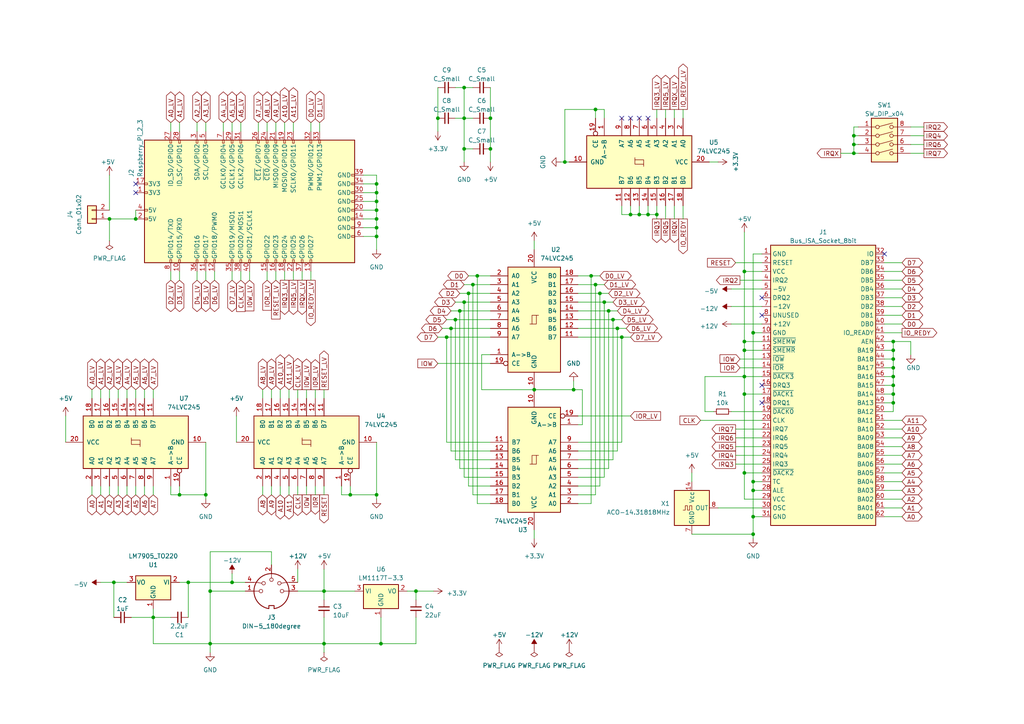
<source format=kicad_sch>
(kicad_sch (version 20230121) (generator eeschema)
  (paper "A4")
  (title_block (title "PiISA") (rev "1.0") (company "Copyright (c) 2023 Andreas T Jonsson"))
  (junction (at 177.8 92.71))
  (junction (at 109.22 60.96))
  (junction (at 182.88 62.23))
  (junction (at 247.65 41.91))
  (junction (at 109.22 66.04))
  (junction (at 134.62 43.18))
  (junction (at 179.07 95.25))
  (junction (at 180.34 97.79))
  (junction (at 176.53 90.17))
  (junction (at 109.22 68.58))
  (junction (at 93.98 171.45))
  (junction (at 215.9 101.6))
  (junction (at 129.54 97.79))
  (junction (at 133.35 90.17))
  (junction (at 60.96 186.69))
  (junction (at 259.08 101.6))
  (junction (at 135.89 85.09))
  (junction (at 54.61 168.91))
  (junction (at 218.44 154.94))
  (junction (at 215.9 114.3))
  (junction (at 109.22 53.34))
  (junction (at 215.9 78.74))
  (junction (at 215.9 99.06))
  (junction (at 172.72 82.55))
  (junction (at 259.08 114.3))
  (junction (at 259.08 106.68))
  (junction (at 109.22 143.51))
  (junction (at 138.43 80.01))
  (junction (at 31.75 63.5))
  (junction (at 60.96 171.45))
  (junction (at 110.49 186.69))
  (junction (at 259.08 104.14))
  (junction (at 67.31 168.91))
  (junction (at 132.08 92.71))
  (junction (at 215.9 137.16))
  (junction (at 44.45 179.07))
  (junction (at 247.65 39.37))
  (junction (at 134.62 87.63))
  (junction (at 190.5 62.23))
  (junction (at 120.65 171.45))
  (junction (at 134.62 25.4))
  (junction (at 172.72 31.75))
  (junction (at 187.96 62.23))
  (junction (at 259.08 99.06))
  (junction (at 247.65 44.45))
  (junction (at 93.98 186.69))
  (junction (at 109.22 63.5))
  (junction (at 259.08 111.76))
  (junction (at 259.08 109.22))
  (junction (at 218.44 142.24))
  (junction (at 142.24 34.29))
  (junction (at 130.81 95.25))
  (junction (at 171.45 80.01))
  (junction (at 218.44 96.52))
  (junction (at 33.02 168.91))
  (junction (at 39.37 63.5))
  (junction (at 185.42 62.23))
  (junction (at 101.6 143.51))
  (junction (at 154.94 113.03))
  (junction (at 218.44 149.86))
  (junction (at 52.07 143.51))
  (junction (at 215.9 109.22))
  (junction (at 163.83 46.99))
  (junction (at 142.24 43.18))
  (junction (at 109.22 55.88))
  (junction (at 173.99 85.09))
  (junction (at 127 34.29))
  (junction (at 259.08 116.84))
  (junction (at 166.37 113.03))
  (junction (at 218.44 139.7))
  (junction (at 134.62 34.29))
  (junction (at 59.69 143.51))
  (junction (at 175.26 87.63))
  (junction (at 109.22 58.42))
  (junction (at 137.16 82.55))
  (no_connect (at 39.37 55.88))
  (no_connect (at 220.98 86.36))
  (no_connect (at 220.98 91.44))
  (no_connect (at 180.34 34.29))
  (no_connect (at 185.42 34.29))
  (no_connect (at 182.88 34.29))
  (no_connect (at 39.37 53.34))
  (no_connect (at 220.98 116.84))
  (no_connect (at 187.96 34.29))
  (no_connect (at 256.54 73.66))
  (no_connect (at 220.98 111.76))
  (wire (pts (xy 180.34 128.27) (xy 167.64 128.27)))
  (wire (pts (xy 142.24 95.25) (xy 130.81 95.25)))
  (wire (pts (xy 135.89 85.09) (xy 135.89 140.97)))
  (wire (pts (xy 259.08 114.3) (xy 259.08 116.84)))
  (wire (pts (xy 259.08 114.3) (xy 256.54 114.3)))
  (wire (pts (xy 130.81 95.25) (xy 128.27 95.25)))
  (wire (pts (xy 36.83 113.03) (xy 36.83 115.57)))
  (wire (pts (xy 118.11 171.45) (xy 120.65 171.45)))
  (wire (pts (xy 44.45 140.97) (xy 44.45 143.51)))
  (wire (pts (xy 256.54 121.92) (xy 261.62 121.92)))
  (wire (pts (xy 134.62 25.4) (xy 137.16 25.4)))
  (wire (pts (xy 247.65 44.45) (xy 248.92 44.45)))
  (wire (pts (xy 62.23 78.74) (xy 62.23 81.28)))
  (wire (pts (xy 137.16 82.55) (xy 137.16 143.51)))
  (wire (pts (xy 212.09 88.9) (xy 220.98 88.9)))
  (wire (pts (xy 256.54 86.36) (xy 261.62 86.36)))
  (wire (pts (xy 29.21 168.91) (xy 33.02 168.91)))
  (wire (pts (xy 137.16 143.51) (xy 142.24 143.51)))
  (wire (pts (xy 52.07 143.51) (xy 59.69 143.51)))
  (wire (pts (xy 213.36 134.62) (xy 220.98 134.62)))
  (wire (pts (xy 67.31 166.37) (xy 67.31 168.91)))
  (wire (pts (xy 259.08 99.06) (xy 259.08 101.6)))
  (wire (pts (xy 256.54 142.24) (xy 261.62 142.24)))
  (wire (pts (xy 177.8 133.35) (xy 167.64 133.35)))
  (wire (pts (xy 173.99 140.97) (xy 173.99 85.09)))
  (wire (pts (xy 259.08 109.22) (xy 259.08 111.76)))
  (wire (pts (xy 33.02 179.07) (xy 33.02 168.91)))
  (wire (pts (xy 218.44 149.86) (xy 220.98 149.86)))
  (wire (pts (xy 93.98 113.03) (xy 93.98 115.57)))
  (wire (pts (xy 171.45 146.05) (xy 167.64 146.05)))
  (wire (pts (xy 167.64 92.71) (xy 177.8 92.71)))
  (wire (pts (xy 109.22 63.5) (xy 109.22 60.96)))
  (wire (pts (xy 81.28 113.03) (xy 81.28 115.57)))
  (wire (pts (xy 200.66 137.16) (xy 200.66 139.7)))
  (wire (pts (xy 139.7 102.87) (xy 142.24 102.87)))
  (wire (pts (xy 204.47 109.22) (xy 215.9 109.22)))
  (wire (pts (xy 168.91 123.19) (xy 168.91 113.03)))
  (wire (pts (xy 208.28 147.32) (xy 220.98 147.32)))
  (wire (pts (xy 132.08 133.35) (xy 142.24 133.35)))
  (wire (pts (xy 135.89 85.09) (xy 133.35 85.09)))
  (wire (pts (xy 259.08 104.14) (xy 256.54 104.14)))
  (wire (pts (xy 175.26 82.55) (xy 172.72 82.55)))
  (wire (pts (xy 19.05 120.65) (xy 19.05 128.27)))
  (wire (pts (xy 41.91 113.03) (xy 41.91 115.57)))
  (wire (pts (xy 256.54 81.28) (xy 261.62 81.28)))
  (wire (pts (xy 259.08 99.06) (xy 256.54 99.06)))
  (wire (pts (xy 167.64 140.97) (xy 173.99 140.97)))
  (wire (pts (xy 134.62 43.18) (xy 134.62 34.29)))
  (wire (pts (xy 176.53 135.89) (xy 176.53 90.17)))
  (wire (pts (xy 256.54 139.7) (xy 261.62 139.7)))
  (wire (pts (xy 109.22 53.34) (xy 105.41 53.34)))
  (wire (pts (xy 90.17 35.56) (xy 90.17 38.1)))
  (wire (pts (xy 57.15 35.56) (xy 57.15 38.1)))
  (wire (pts (xy 52.07 140.97) (xy 52.07 143.51)))
  (wire (pts (xy 259.08 104.14) (xy 259.08 106.68)))
  (wire (pts (xy 176.53 90.17) (xy 167.64 90.17)))
  (wire (pts (xy 198.12 59.69) (xy 198.12 63.5)))
  (wire (pts (xy 256.54 93.98) (xy 261.62 93.98)))
  (wire (pts (xy 83.82 113.03) (xy 83.82 115.57)))
  (wire (pts (xy 190.5 62.23) (xy 190.5 63.5)))
  (wire (pts (xy 52.07 78.74) (xy 52.07 81.28)))
  (wire (pts (xy 264.16 99.06) (xy 259.08 99.06)))
  (wire (pts (xy 142.24 82.55) (xy 137.16 82.55)))
  (wire (pts (xy 256.54 134.62) (xy 261.62 134.62)))
  (wire (pts (xy 91.44 113.03) (xy 91.44 115.57)))
  (wire (pts (xy 52.07 35.56) (xy 52.07 38.1)))
  (wire (pts (xy 85.09 78.74) (xy 85.09 81.28)))
  (wire (pts (xy 109.22 68.58) (xy 109.22 66.04)))
  (wire (pts (xy 93.98 171.45) (xy 93.98 173.99)))
  (wire (pts (xy 256.54 129.54) (xy 261.62 129.54)))
  (wire (pts (xy 31.75 113.03) (xy 31.75 115.57)))
  (wire (pts (xy 109.22 55.88) (xy 109.22 53.34)))
  (wire (pts (xy 49.53 140.97) (xy 49.53 143.51)))
  (wire (pts (xy 264.16 41.91) (xy 267.97 41.91)))
  (wire (pts (xy 142.24 25.4) (xy 142.24 34.29)))
  (wire (pts (xy 137.16 82.55) (xy 134.62 82.55)))
  (wire (pts (xy 215.9 99.06) (xy 215.9 101.6)))
  (wire (pts (xy 208.28 46.99) (xy 205.74 46.99)))
  (wire (pts (xy 129.54 128.27) (xy 142.24 128.27)))
  (wire (pts (xy 74.93 35.56) (xy 74.93 38.1)))
  (wire (pts (xy 179.07 95.25) (xy 167.64 95.25)))
  (wire (pts (xy 256.54 88.9) (xy 261.62 88.9)))
  (wire (pts (xy 67.31 78.74) (xy 67.31 81.28)))
  (wire (pts (xy 85.09 35.56) (xy 85.09 38.1)))
  (wire (pts (xy 44.45 179.07) (xy 44.45 186.69)))
  (wire (pts (xy 167.64 97.79) (xy 180.34 97.79)))
  (wire (pts (xy 92.71 35.56) (xy 92.71 38.1)))
  (wire (pts (xy 110.49 186.69) (xy 120.65 186.69)))
  (wire (pts (xy 213.36 132.08) (xy 220.98 132.08)))
  (wire (pts (xy 218.44 154.94) (xy 218.44 156.21)))
  (wire (pts (xy 176.53 85.09) (xy 173.99 85.09)))
  (wire (pts (xy 134.62 43.18) (xy 137.16 43.18)))
  (wire (pts (xy 134.62 34.29) (xy 137.16 34.29)))
  (wire (pts (xy 259.08 101.6) (xy 259.08 104.14)))
  (wire (pts (xy 256.54 101.6) (xy 259.08 101.6)))
  (wire (pts (xy 130.81 95.25) (xy 130.81 130.81)))
  (wire (pts (xy 187.96 62.23) (xy 190.5 62.23)))
  (wire (pts (xy 110.49 179.07) (xy 110.49 186.69)))
  (wire (pts (xy 54.61 168.91) (xy 52.07 168.91)))
  (wire (pts (xy 154.94 113.03) (xy 139.7 113.03)))
  (wire (pts (xy 26.67 140.97) (xy 26.67 143.51)))
  (wire (pts (xy 142.24 43.18) (xy 142.24 46.99)))
  (wire (pts (xy 215.9 109.22) (xy 215.9 114.3)))
  (wire (pts (xy 36.83 168.91) (xy 33.02 168.91)))
  (wire (pts (xy 215.9 99.06) (xy 220.98 99.06)))
  (wire (pts (xy 256.54 83.82) (xy 261.62 83.82)))
  (wire (pts (xy 67.31 35.56) (xy 67.31 38.1)))
  (wire (pts (xy 218.44 142.24) (xy 218.44 139.7)))
  (wire (pts (xy 130.81 130.81) (xy 142.24 130.81)))
  (wire (pts (xy 59.69 143.51) (xy 59.69 144.78)))
  (wire (pts (xy 175.26 87.63) (xy 175.26 138.43)))
  (wire (pts (xy 29.21 140.97) (xy 29.21 143.51)))
  (wire (pts (xy 133.35 90.17) (xy 130.81 90.17)))
  (wire (pts (xy 68.58 120.65) (xy 68.58 128.27)))
  (wire (pts (xy 49.53 78.74) (xy 49.53 81.28)))
  (wire (pts (xy 88.9 113.03) (xy 88.9 115.57)))
  (wire (pts (xy 69.85 35.56) (xy 69.85 38.1)))
  (wire (pts (xy 213.36 124.46) (xy 220.98 124.46)))
  (wire (pts (xy 256.54 137.16) (xy 261.62 137.16)))
  (wire (pts (xy 175.26 31.75) (xy 172.72 31.75)))
  (wire (pts (xy 109.22 58.42) (xy 105.41 58.42)))
  (wire (pts (xy 78.74 163.83) (xy 78.74 160.02)))
  (wire (pts (xy 93.98 171.45) (xy 102.87 171.45)))
  (wire (pts (xy 86.36 113.03) (xy 86.36 115.57)))
  (wire (pts (xy 177.8 92.71) (xy 177.8 133.35)))
  (wire (pts (xy 54.61 179.07) (xy 54.61 168.91)))
  (wire (pts (xy 182.88 62.23) (xy 185.42 62.23)))
  (wire (pts (xy 133.35 135.89) (xy 142.24 135.89)))
  (wire (pts (xy 190.5 31.75) (xy 190.5 34.29)))
  (wire (pts (xy 256.54 124.46) (xy 261.62 124.46)))
  (wire (pts (xy 86.36 140.97) (xy 86.36 143.51)))
  (wire (pts (xy 256.54 149.86) (xy 261.62 149.86)))
  (wire (pts (xy 26.67 113.03) (xy 26.67 115.57)))
  (wire (pts (xy 167.64 130.81) (xy 179.07 130.81)))
  (wire (pts (xy 187.96 62.23) (xy 187.96 59.69)))
  (wire (pts (xy 134.62 138.43) (xy 142.24 138.43)))
  (wire (pts (xy 129.54 97.79) (xy 127 97.79)))
  (wire (pts (xy 218.44 142.24) (xy 220.98 142.24)))
  (wire (pts (xy 41.91 140.97) (xy 41.91 143.51)))
  (wire (pts (xy 259.08 116.84) (xy 259.08 119.38)))
  (wire (pts (xy 76.2 113.03) (xy 76.2 115.57)))
  (wire (pts (xy 200.66 154.94) (xy 218.44 154.94)))
  (wire (pts (xy 69.85 78.74) (xy 69.85 81.28)))
  (wire (pts (xy 172.72 143.51) (xy 172.72 82.55)))
  (wire (pts (xy 101.6 140.97) (xy 101.6 143.51)))
  (wire (pts (xy 218.44 139.7) (xy 218.44 96.52)))
  (wire (pts (xy 120.65 171.45) (xy 125.73 171.45)))
  (wire (pts (xy 215.9 144.78) (xy 220.98 144.78)))
  (wire (pts (xy 99.06 140.97) (xy 99.06 143.51)))
  (wire (pts (xy 264.16 44.45) (xy 267.97 44.45)))
  (wire (pts (xy 168.91 113.03) (xy 166.37 113.03)))
  (wire (pts (xy 80.01 78.74) (xy 80.01 81.28)))
  (wire (pts (xy 264.16 36.83) (xy 267.97 36.83)))
  (wire (pts (xy 82.55 35.56) (xy 82.55 38.1)))
  (wire (pts (xy 142.24 105.41) (xy 127 105.41)))
  (wire (pts (xy 259.08 119.38) (xy 256.54 119.38)))
  (wire (pts (xy 109.22 128.27) (xy 109.22 143.51)))
  (wire (pts (xy 180.34 92.71) (xy 177.8 92.71)))
  (wire (pts (xy 247.65 39.37) (xy 247.65 41.91)))
  (wire (pts (xy 218.44 154.94) (xy 218.44 149.86)))
  (wire (pts (xy 175.26 34.29) (xy 175.26 31.75)))
  (wire (pts (xy 109.22 63.5) (xy 105.41 63.5)))
  (wire (pts (xy 190.5 59.69) (xy 190.5 62.23)))
  (wire (pts (xy 215.9 101.6) (xy 215.9 109.22)))
  (wire (pts (xy 218.44 73.66) (xy 220.98 73.66)))
  (wire (pts (xy 256.54 91.44) (xy 261.62 91.44)))
  (wire (pts (xy 256.54 132.08) (xy 261.62 132.08)))
  (wire (pts (xy 59.69 78.74) (xy 59.69 81.28)))
  (wire (pts (xy 80.01 35.56) (xy 80.01 38.1)))
  (wire (pts (xy 34.29 140.97) (xy 34.29 143.51)))
  (wire (pts (xy 36.83 140.97) (xy 36.83 143.51)))
  (wire (pts (xy 132.08 34.29) (xy 134.62 34.29)))
  (wire (pts (xy 31.75 69.85) (xy 31.75 63.5)))
  (wire (pts (xy 167.64 80.01) (xy 171.45 80.01)))
  (wire (pts (xy 204.47 119.38) (xy 204.47 109.22)))
  (wire (pts (xy 142.24 97.79) (xy 129.54 97.79)))
  (wire (pts (xy 215.9 67.31) (xy 215.9 78.74)))
  (wire (pts (xy 49.53 179.07) (xy 44.45 179.07)))
  (wire (pts (xy 134.62 87.63) (xy 132.08 87.63)))
  (wire (pts (xy 135.89 140.97) (xy 142.24 140.97)))
  (wire (pts (xy 214.63 104.14) (xy 220.98 104.14)))
  (wire (pts (xy 60.96 171.45) (xy 60.96 186.69)))
  (wire (pts (xy 167.64 135.89) (xy 176.53 135.89)))
  (wire (pts (xy 138.43 80.01) (xy 135.89 80.01)))
  (wire (pts (xy 193.04 31.75) (xy 193.04 34.29)))
  (wire (pts (xy 139.7 113.03) (xy 139.7 102.87)))
  (wire (pts (xy 49.53 38.1) (xy 49.53 35.56)))
  (wire (pts (xy 215.9 137.16) (xy 220.98 137.16)))
  (wire (pts (xy 182.88 59.69) (xy 182.88 62.23)))
  (wire (pts (xy 215.9 101.6) (xy 220.98 101.6)))
  (wire (pts (xy 154.94 113.03) (xy 166.37 113.03)))
  (wire (pts (xy 218.44 96.52) (xy 220.98 96.52)))
  (wire (pts (xy 138.43 146.05) (xy 142.24 146.05)))
  (wire (pts (xy 218.44 139.7) (xy 220.98 139.7)))
  (wire (pts (xy 105.41 68.58) (xy 109.22 68.58)))
  (wire (pts (xy 109.22 53.34) (xy 109.22 50.8)))
  (wire (pts (xy 165.1 46.99) (xy 163.83 46.99)))
  (wire (pts (xy 127 34.29) (xy 127 38.1)))
  (wire (pts (xy 93.98 186.69) (xy 93.98 189.23)))
  (wire (pts (xy 247.65 41.91) (xy 248.92 41.91)))
  (wire (pts (xy 218.44 73.66) (xy 218.44 96.52)))
  (wire (pts (xy 256.54 127) (xy 261.62 127)))
  (wire (pts (xy 86.36 165.1) (xy 86.36 168.91)))
  (wire (pts (xy 256.54 144.78) (xy 261.62 144.78)))
  (wire (pts (xy 142.24 34.29) (xy 142.24 43.18)))
  (wire (pts (xy 172.72 31.75) (xy 163.83 31.75)))
  (wire (pts (xy 39.37 63.5) (xy 39.37 60.96)))
  (wire (pts (xy 212.09 93.98) (xy 220.98 93.98)))
  (wire (pts (xy 109.22 55.88) (xy 105.41 55.88)))
  (wire (pts (xy 163.83 31.75) (xy 163.83 46.99)))
  (wire (pts (xy 109.22 66.04) (xy 109.22 63.5)))
  (wire (pts (xy 83.82 140.97) (xy 83.82 143.51)))
  (wire (pts (xy 247.65 36.83) (xy 247.65 39.37)))
  (wire (pts (xy 44.45 179.07) (xy 44.45 176.53)))
  (wire (pts (xy 180.34 97.79) (xy 180.34 128.27)))
  (wire (pts (xy 44.45 113.03) (xy 44.45 115.57)))
  (wire (pts (xy 142.24 87.63) (xy 134.62 87.63)))
  (wire (pts (xy 134.62 46.99) (xy 134.62 43.18)))
  (wire (pts (xy 77.47 35.56) (xy 77.47 38.1)))
  (wire (pts (xy 31.75 50.8) (xy 31.75 60.96)))
  (wire (pts (xy 60.96 171.45) (xy 71.12 171.45)))
  (wire (pts (xy 132.08 25.4) (xy 134.62 25.4)))
  (wire (pts (xy 213.36 129.54) (xy 220.98 129.54)))
  (wire (pts (xy 154.94 156.21) (xy 154.94 153.67)))
  (wire (pts (xy 212.09 119.38) (xy 220.98 119.38)))
  (wire (pts (xy 59.69 128.27) (xy 59.69 143.51)))
  (wire (pts (xy 195.58 31.75) (xy 195.58 34.29)))
  (wire (pts (xy 77.47 78.74) (xy 77.47 81.28)))
  (wire (pts (xy 193.04 59.69) (xy 193.04 63.5)))
  (wire (pts (xy 44.45 179.07) (xy 38.1 179.07)))
  (wire (pts (xy 259.08 116.84) (xy 256.54 116.84)))
  (wire (pts (xy 181.61 95.25) (xy 179.07 95.25)))
  (wire (pts (xy 134.62 87.63) (xy 134.62 138.43)))
  (wire (pts (xy 264.16 39.37) (xy 267.97 39.37)))
  (wire (pts (xy 166.37 113.03) (xy 166.37 110.49)))
  (wire (pts (xy 215.9 114.3) (xy 220.98 114.3)))
  (wire (pts (xy 110.49 186.69) (xy 93.98 186.69)))
  (wire (pts (xy 142.24 80.01) (xy 138.43 80.01)))
  (wire (pts (xy 259.08 111.76) (xy 259.08 114.3)))
  (wire (pts (xy 109.22 66.04) (xy 105.41 66.04)))
  (wire (pts (xy 177.8 87.63) (xy 175.26 87.63)))
  (wire (pts (xy 109.22 60.96) (xy 105.41 60.96)))
  (wire (pts (xy 78.74 160.02) (xy 60.96 160.02)))
  (wire (pts (xy 132.08 92.71) (xy 132.08 133.35)))
  (wire (pts (xy 142.24 85.09) (xy 135.89 85.09)))
  (wire (pts (xy 213.36 76.2) (xy 220.98 76.2)))
  (wire (pts (xy 256.54 76.2) (xy 261.62 76.2)))
  (wire (pts (xy 133.35 90.17) (xy 133.35 135.89)))
  (wire (pts (xy 54.61 168.91) (xy 67.31 168.91)))
  (wire (pts (xy 31.75 140.97) (xy 31.75 143.51)))
  (wire (pts (xy 167.64 143.51) (xy 172.72 143.51)))
  (wire (pts (xy 60.96 186.69) (xy 60.96 189.23)))
  (wire (pts (xy 218.44 149.86) (xy 218.44 142.24)))
  (wire (pts (xy 134.62 25.4) (xy 134.62 34.29)))
  (wire (pts (xy 256.54 96.52) (xy 261.62 96.52)))
  (wire (pts (xy 182.88 120.65) (xy 167.64 120.65)))
  (wire (pts (xy 167.64 123.19) (xy 168.91 123.19)))
  (wire (pts (xy 215.9 114.3) (xy 215.9 137.16)))
  (wire (pts (xy 86.36 171.45) (xy 93.98 171.45)))
  (wire (pts (xy 259.08 106.68) (xy 256.54 106.68)))
  (wire (pts (xy 44.45 186.69) (xy 60.96 186.69)))
  (wire (pts (xy 213.36 127) (xy 220.98 127)))
  (wire (pts (xy 173.99 85.09) (xy 167.64 85.09)))
  (wire (pts (xy 167.64 87.63) (xy 175.26 87.63)))
  (wire (pts (xy 163.83 46.99) (xy 162.56 46.99)))
  (wire (pts (xy 81.28 140.97) (xy 81.28 143.51)))
  (wire (pts (xy 88.9 140.97) (xy 88.9 143.51)))
  (wire (pts (xy 101.6 143.51) (xy 109.22 143.51)))
  (wire (pts (xy 172.72 82.55) (xy 167.64 82.55)))
  (wire (pts (xy 99.06 143.51) (xy 101.6 143.51)))
  (wire (pts (xy 31.75 63.5) (xy 39.37 63.5)))
  (wire (pts (xy 195.58 59.69) (xy 195.58 63.5)))
  (wire (pts (xy 171.45 80.01) (xy 171.45 146.05)))
  (wire (pts (xy 203.2 121.92) (xy 220.98 121.92)))
  (wire (pts (xy 34.29 113.03) (xy 34.29 115.57)))
  (wire (pts (xy 93.98 140.97) (xy 93.98 143.51)))
  (wire (pts (xy 93.98 165.1) (xy 93.98 171.45)))
  (wire (pts (xy 59.69 35.56) (xy 59.69 38.1)))
  (wire (pts (xy 215.9 78.74) (xy 215.9 99.06)))
  (wire (pts (xy 132.08 92.71) (xy 129.54 92.71)))
  (wire (pts (xy 248.92 36.83) (xy 247.65 36.83)))
  (wire (pts (xy 185.42 59.69) (xy 185.42 62.23)))
  (wire (pts (xy 256.54 147.32) (xy 261.62 147.32)))
  (wire (pts (xy 93.98 179.07) (xy 93.98 186.69)))
  (wire (pts (xy 207.01 119.38) (xy 204.47 119.38)))
  (wire (pts (xy 129.54 97.79) (xy 129.54 128.27)))
  (wire (pts (xy 247.65 41.91) (xy 247.65 44.45)))
  (wire (pts (xy 142.24 92.71) (xy 132.08 92.71)))
  (wire (pts (xy 90.17 78.74) (xy 90.17 81.28)))
  (wire (pts (xy 175.26 138.43) (xy 167.64 138.43)))
  (wire (pts (xy 247.65 39.37) (xy 248.92 39.37)))
  (wire (pts (xy 198.12 31.75) (xy 198.12 34.29)))
  (wire (pts (xy 82.55 78.74) (xy 82.55 81.28)))
  (wire (pts (xy 67.31 168.91) (xy 71.12 168.91)))
  (wire (pts (xy 173.99 80.01) (xy 171.45 80.01)))
  (wire (pts (xy 109.22 72.39) (xy 109.22 68.58)))
  (wire (pts (xy 214.63 106.68) (xy 220.98 106.68)))
  (wire (pts (xy 60.96 186.69) (xy 93.98 186.69)))
  (wire (pts (xy 212.09 83.82) (xy 220.98 83.82)))
  (wire (pts (xy 60.96 160.02) (xy 60.96 171.45)))
  (wire (pts (xy 259.08 111.76) (xy 256.54 111.76)))
  (wire (pts (xy 87.63 78.74) (xy 87.63 81.28)))
  (wire (pts (xy 109.22 58.42) (xy 109.22 55.88)))
  (wire (pts (xy 49.53 143.51) (xy 52.07 143.51)))
  (wire (pts (xy 215.9 78.74) (xy 220.98 78.74)))
  (wire (pts (xy 127 25.4) (xy 127 34.29)))
  (wire (pts (xy 179.07 130.81) (xy 179.07 95.25)))
  (wire (pts (xy 120.65 171.45) (xy 120.65 173.99)))
  (wire (pts (xy 64.77 35.56) (xy 64.77 38.1)))
  (wire (pts (xy 78.74 140.97) (xy 78.74 143.51)))
  (wire (pts (xy 39.37 140.97) (xy 39.37 143.51)))
  (wire (pts (xy 243.84 44.45) (xy 247.65 44.45)))
  (wire (pts (xy 259.08 109.22) (xy 256.54 109.22)))
  (wire (pts (xy 142.24 90.17) (xy 133.35 90.17)))
  (wire (pts (xy 78.74 113.03) (xy 78.74 115.57)))
  (wire (pts (xy 256.54 78.74) (xy 261.62 78.74)))
  (wire (pts (xy 29.21 113.03) (xy 29.21 115.57)))
  (wire (pts (xy 182.88 97.79) (xy 180.34 97.79)))
  (wire (pts (xy 259.08 106.68) (xy 259.08 109.22)))
  (wire (pts (xy 109.22 50.8) (xy 105.41 50.8)))
  (wire (pts (xy 180.34 62.23) (xy 182.88 62.23)))
  (wire (pts (xy 109.22 143.51) (xy 109.22 144.78)))
  (wire (pts (xy 215.9 137.16) (xy 215.9 144.78)))
  (wire (pts (xy 179.07 90.17) (xy 176.53 90.17)))
  (wire (pts (xy 109.22 60.96) (xy 109.22 58.42)))
  (wire (pts (xy 57.15 78.74) (xy 57.15 81.28)))
  (wire (pts (xy 214.63 81.28) (xy 220.98 81.28)))
  (wire (pts (xy 138.43 80.01) (xy 138.43 146.05)))
  (wire (pts (xy 120.65 179.07) (xy 120.65 186.69)))
  (wire (pts (xy 264.16 99.06) (xy 264.16 102.87)))
  (wire (pts (xy 76.2 140.97) (xy 76.2 143.51)))
  (wire (pts (xy 172.72 31.75) (xy 172.72 34.29)))
  (wire (pts (xy 154.94 72.39) (xy 154.94 69.85)))
  (wire (pts (xy 72.39 78.74) (xy 72.39 81.28)))
  (wire (pts (xy 39.37 113.03) (xy 39.37 115.57)))
  (wire (pts (xy 185.42 62.23) (xy 187.96 62.23)))
  (wire (pts (xy 180.34 59.69) (xy 180.34 62.23)))
  (wire (pts (xy 215.9 109.22) (xy 220.98 109.22)))
  (wire (pts (xy 91.44 140.97) (xy 91.44 143.51)))
  (global_label "IOR" (shape output) (at 91.44 143.51 270) (property "Intersheetrefs" "${INTERSHEET_REFS}" (effects hide)))
  (global_label "A11_LV" (shape tri_state) (at 83.82 113.03 90) (property "Intersheetrefs" "${INTERSHEET_REFS}" (effects hide)))
  (global_label "A0_LV" (shape tri_state) (at 26.67 113.03 90) (property "Intersheetrefs" "${INTERSHEET_REFS}" (effects hide)))
  (global_label "IRQ2" (shape output) (at 214.63 81.28 180) (property "Intersheetrefs" "${INTERSHEET_REFS}" (effects hide)))
  (global_label "IRQ7" (shape output) (at 213.36 124.46 180) (property "Intersheetrefs" "${INTERSHEET_REFS}" (effects hide)))
  (global_label "A6" (shape tri_state) (at 41.91 143.51 270) (property "Intersheetrefs" "${INTERSHEET_REFS}" (effects hide)))
  (global_label "IRQ5_LV" (shape output) (at 85.09 81.28 270) (property "Intersheetrefs" "${INTERSHEET_REFS}" (effects hide)))
  (global_label "A1" (shape tri_state) (at 29.21 143.51 270) (property "Intersheetrefs" "${INTERSHEET_REFS}" (effects hide)))
  (global_label "IRQ7" (shape output) (at 267.97 44.45 0) (property "Intersheetrefs" "${INTERSHEET_REFS}" (effects hide)))
  (global_label "A3_LV" (shape tri_state) (at 34.29 113.03 90) (property "Intersheetrefs" "${INTERSHEET_REFS}" (effects hide)))
  (global_label "A9" (shape tri_state) (at 78.74 143.51 270) (property "Intersheetrefs" "${INTERSHEET_REFS}" (effects hide)))
  (global_label "D0" (shape tri_state) (at 261.62 93.98 0) (property "Intersheetrefs" "${INTERSHEET_REFS}" (effects hide)))
  (global_label "A2" (shape tri_state) (at 261.62 144.78 0) (property "Intersheetrefs" "${INTERSHEET_REFS}" (effects hide)))
  (global_label "A2" (shape tri_state) (at 31.75 143.51 270) (property "Intersheetrefs" "${INTERSHEET_REFS}" (effects hide)))
  (global_label "A10" (shape tri_state) (at 261.62 124.46 0) (property "Intersheetrefs" "${INTERSHEET_REFS}" (effects hide)))
  (global_label "IO_REDY_LV" (shape output) (at 198.12 31.75 90) (property "Intersheetrefs" "${INTERSHEET_REFS}" (effects hide)))
  (global_label "IO_REDY" (shape output) (at 261.62 96.52 0) (property "Intersheetrefs" "${INTERSHEET_REFS}" (effects hide)))
  (global_label "D3" (shape tri_state) (at 261.62 86.36 0) (property "Intersheetrefs" "${INTERSHEET_REFS}" (effects hide)))
  (global_label "IRQ3" (shape output) (at 190.5 63.5 270) (property "Intersheetrefs" "${INTERSHEET_REFS}" (effects hide)))
  (global_label "D5" (shape tri_state) (at 261.62 81.28 0) (property "Intersheetrefs" "${INTERSHEET_REFS}" (effects hide)))
  (global_label "A11" (shape tri_state) (at 83.82 143.51 270) (property "Intersheetrefs" "${INTERSHEET_REFS}" (effects hide)))
  (global_label "A4_LV" (shape tri_state) (at 64.77 35.56 90) (property "Intersheetrefs" "${INTERSHEET_REFS}" (effects hide)))
  (global_label "IRQX_LV" (shape output) (at 195.58 31.75 90) (property "Intersheetrefs" "${INTERSHEET_REFS}" (effects hide)))
  (global_label "D1_LV" (shape bidirectional) (at 92.71 35.56 90) (property "Intersheetrefs" "${INTERSHEET_REFS}" (effects hide)))
  (global_label "D7_LV" (shape bidirectional) (at 182.88 97.79 0) (property "Intersheetrefs" "${INTERSHEET_REFS}" (effects hide)))
  (global_label "RESET_LV" (shape input) (at 80.01 81.28 270) (property "Intersheetrefs" "${INTERSHEET_REFS}" (effects hide)))
  (global_label "D7_LV" (shape bidirectional) (at 67.31 81.28 270) (property "Intersheetrefs" "${INTERSHEET_REFS}" (effects hide)))
  (global_label "CLK_LV" (shape output) (at 86.36 113.03 90) (property "Intersheetrefs" "${INTERSHEET_REFS}" (effects hide)))
  (global_label "D2" (shape tri_state) (at 133.35 85.09 180) (property "Intersheetrefs" "${INTERSHEET_REFS}" (effects hide)))
  (global_label "A8_LV" (shape tri_state) (at 77.47 35.56 90) (property "Intersheetrefs" "${INTERSHEET_REFS}" (effects hide)))
  (global_label "D6_LV" (shape bidirectional) (at 181.61 95.25 0) (property "Intersheetrefs" "${INTERSHEET_REFS}" (effects hide)))
  (global_label "D4_LV" (shape bidirectional) (at 179.07 90.17 0) (property "Intersheetrefs" "${INTERSHEET_REFS}" (effects hide)))
  (global_label "A4" (shape tri_state) (at 36.83 143.51 270) (property "Intersheetrefs" "${INTERSHEET_REFS}" (effects hide)))
  (global_label "IRQ6" (shape output) (at 267.97 41.91 0) (property "Intersheetrefs" "${INTERSHEET_REFS}" (effects hide)))
  (global_label "D7" (shape tri_state) (at 261.62 76.2 0) (property "Intersheetrefs" "${INTERSHEET_REFS}" (effects hide)))
  (global_label "A6" (shape tri_state) (at 261.62 134.62 0) (property "Intersheetrefs" "${INTERSHEET_REFS}" (effects hide)))
  (global_label "IOW" (shape input) (at 214.63 104.14 180) (property "Intersheetrefs" "${INTERSHEET_REFS}" (effects hide)))
  (global_label "D3" (shape tri_state) (at 132.08 87.63 180) (property "Intersheetrefs" "${INTERSHEET_REFS}" (effects hide)))
  (global_label "A8" (shape tri_state) (at 261.62 129.54 0) (property "Intersheetrefs" "${INTERSHEET_REFS}" (effects hide)))
  (global_label "IRQX" (shape output) (at 195.58 63.5 270) (property "Intersheetrefs" "${INTERSHEET_REFS}" (effects hide)))
  (global_label "IRQ3_LV" (shape output) (at 190.5 31.75 90) (property "Intersheetrefs" "${INTERSHEET_REFS}" (effects hide)))
  (global_label "IOW" (shape input) (at 127 105.41 180) (property "Intersheetrefs" "${INTERSHEET_REFS}" (effects hide)))
  (global_label "IRQX_LV" (shape output) (at 87.63 81.28 270) (property "Intersheetrefs" "${INTERSHEET_REFS}" (effects hide)))
  (global_label "IRQ5" (shape output) (at 193.04 63.5 270) (property "Intersheetrefs" "${INTERSHEET_REFS}" (effects hide)))
  (global_label "A1_LV" (shape tri_state) (at 52.07 35.56 90) (property "Intersheetrefs" "${INTERSHEET_REFS}" (effects hide)))
  (global_label "A2_LV" (shape tri_state) (at 31.75 113.03 90) (property "Intersheetrefs" "${INTERSHEET_REFS}" (effects hide)))
  (global_label "A0_LV" (shape tri_state) (at 49.53 35.56 90) (property "Intersheetrefs" "${INTERSHEET_REFS}" (effects hide)))
  (global_label "D2_LV" (shape bidirectional) (at 49.53 81.28 270) (property "Intersheetrefs" "${INTERSHEET_REFS}" (effects hide)))
  (global_label "A1_LV" (shape tri_state) (at 29.21 113.03 90) (property "Intersheetrefs" "${INTERSHEET_REFS}" (effects hide)))
  (global_label "D7" (shape tri_state) (at 127 97.79 180) (property "Intersheetrefs" "${INTERSHEET_REFS}" (effects hide)))
  (global_label "D6" (shape tri_state) (at 261.62 78.74 0) (property "Intersheetrefs" "${INTERSHEET_REFS}" (effects hide)))
  (global_label "IOR" (shape input) (at 214.63 106.68 180) (property "Intersheetrefs" "${INTERSHEET_REFS}" (effects hide)))
  (global_label "D4" (shape tri_state) (at 261.62 83.82 0) (property "Intersheetrefs" "${INTERSHEET_REFS}" (effects hide)))
  (global_label "A0" (shape tri_state) (at 261.62 149.86 0) (property "Intersheetrefs" "${INTERSHEET_REFS}" (effects hide)))
  (global_label "D0" (shape tri_state) (at 135.89 80.01 180) (property "Intersheetrefs" "${INTERSHEET_REFS}" (effects hide)))
  (global_label "A7_LV" (shape tri_state) (at 74.93 35.56 90) (property "Intersheetrefs" "${INTERSHEET_REFS}" (effects hide)))
  (global_label "IOR_LV" (shape input) (at 182.88 120.65 0) (property "Intersheetrefs" "${INTERSHEET_REFS}" (effects hide)))
  (global_label "A10_LV" (shape tri_state) (at 81.28 113.03 90) (property "Intersheetrefs" "${INTERSHEET_REFS}" (effects hide)))
  (global_label "A5" (shape tri_state) (at 261.62 137.16 0) (property "Intersheetrefs" "${INTERSHEET_REFS}" (effects hide)))
  (global_label "CLK" (shape output) (at 86.36 143.51 270) (property "Intersheetrefs" "${INTERSHEET_REFS}" (effects hide)))
  (global_label "IRQX" (shape output) (at 243.84 44.45 180) (property "Intersheetrefs" "${INTERSHEET_REFS}" (effects hide)))
  (global_label "D3_LV" (shape bidirectional) (at 177.8 87.63 0) (property "Intersheetrefs" "${INTERSHEET_REFS}" (effects hide)))
  (global_label "IOW_LV" (shape input) (at 72.39 81.28 270) (property "Intersheetrefs" "${INTERSHEET_REFS}" (effects hide)))
  (global_label "A5_LV" (shape tri_state) (at 39.37 113.03 90) (property "Intersheetrefs" "${INTERSHEET_REFS}" (effects hide)))
  (global_label "D1" (shape tri_state) (at 261.62 91.44 0) (property "Intersheetrefs" "${INTERSHEET_REFS}" (effects hide)))
  (global_label "D2" (shape tri_state) (at 261.62 88.9 0) (property "Intersheetrefs" "${INTERSHEET_REFS}" (effects hide)))
  (global_label "RESET_LV" (shape output) (at 93.98 113.03 90) (property "Intersheetrefs" "${INTERSHEET_REFS}" (effects hide)))
  (global_label "IRQ5" (shape output) (at 213.36 129.54 180) (property "Intersheetrefs" "${INTERSHEET_REFS}" (effects hide)))
  (global_label "RESET" (shape input) (at 213.36 76.2 180) (property "Intersheetrefs" "${INTERSHEET_REFS}" (effects hide)))
  (global_label "D5" (shape tri_state) (at 129.54 92.71 180) (property "Intersheetrefs" "${INTERSHEET_REFS}" (effects hide)))
  (global_label "IO_REDY" (shape output) (at 198.12 63.5 270) (property "Intersheetrefs" "${INTERSHEET_REFS}" (effects hide)))
  (global_label "D1" (shape tri_state) (at 134.62 82.55 180) (property "Intersheetrefs" "${INTERSHEET_REFS}" (effects hide)))
  (global_label "A4" (shape tri_state) (at 261.62 139.7 0) (property "Intersheetrefs" "${INTERSHEET_REFS}" (effects hide)))
  (global_label "A9" (shape tri_state) (at 261.62 127 0) (property "Intersheetrefs" "${INTERSHEET_REFS}" (effects hide)))
  (global_label "RESET" (shape output) (at 93.98 143.51 270) (property "Intersheetrefs" "${INTERSHEET_REFS}" (effects hide)))
  (global_label "A4_LV" (shape tri_state) (at 36.83 113.03 90) (property "Intersheetrefs" "${INTERSHEET_REFS}" (effects hide)))
  (global_label "A8" (shape tri_state) (at 76.2 143.51 270) (property "Intersheetrefs" "${INTERSHEET_REFS}" (effects hide)))
  (global_label "IRQ3_LV" (shape output) (at 82.55 81.28 270) (property "Intersheetrefs" "${INTERSHEET_REFS}" (effects hide)))
  (global_label "A6_LV" (shape tri_state) (at 69.85 35.56 90) (property "Intersheetrefs" "${INTERSHEET_REFS}" (effects hide)))
  (global_label "A7" (shape tri_state) (at 44.45 143.51 270) (property "Intersheetrefs" "${INTERSHEET_REFS}" (effects hide)))
  (global_label "IRQ6" (shape output) (at 213.36 127 180) (property "Intersheetrefs" "${INTERSHEET_REFS}" (effects hide)))
  (global_label "D1_LV" (shape bidirectional) (at 175.26 82.55 0) (property "Intersheetrefs" "${INTERSHEET_REFS}" (effects hide)))
  (global_label "CLK" (shape input) (at 203.2 121.92 180) (property "Intersheetrefs" "${INTERSHEET_REFS}" (effects hide)))
  (global_label "A1" (shape tri_state) (at 261.62 147.32 0) (property "Intersheetrefs" "${INTERSHEET_REFS}" (effects hide)))
  (global_label "A10" (shape tri_state) (at 81.28 143.51 270) (property "Intersheetrefs" "${INTERSHEET_REFS}" (effects hide)))
  (global_label "IO_REDY_LV" (shape output) (at 90.17 81.28 270) (property "Intersheetrefs" "${INTERSHEET_REFS}" (effects hide)))
  (global_label "A3" (shape tri_state) (at 34.29 143.51 270) (property "Intersheetrefs" "${INTERSHEET_REFS}" (effects hide)))
  (global_label "D2_LV" (shape bidirectional) (at 176.53 85.09 0) (property "Intersheetrefs" "${INTERSHEET_REFS}" (effects hide)))
  (global_label "A5" (shape tri_state) (at 39.37 143.51 270) (property "Intersheetrefs" "${INTERSHEET_REFS}" (effects hide)))
  (global_label "IOW" (shape output) (at 88.9 143.51 270) (property "Intersheetrefs" "${INTERSHEET_REFS}" (effects hide)))
  (global_label "CLK_LV" (shape input) (at 69.85 81.28 270) (property "Intersheetrefs" "${INTERSHEET_REFS}" (effects hide)))
  (global_label "IOR_LV" (shape output) (at 91.44 113.03 90) (property "Intersheetrefs" "${INTERSHEET_REFS}" (effects hide)))
  (global_label "D5_LV" (shape bidirectional) (at 180.34 92.71 0) (property "Intersheetrefs" "${INTERSHEET_REFS}" (effects hide)))
  (global_label "IRQ4" (shape output) (at 267.97 39.37 0) (property "Intersheetrefs" "${INTERSHEET_REFS}" (effects hide)))
  (global_label "A0" (shape tri_state) (at 26.67 143.51 270) (property "Intersheetrefs" "${INTERSHEET_REFS}" (effects hide)))
  (global_label "D5_LV" (shape bidirectional) (at 59.69 81.28 270) (property "Intersheetrefs" "${INTERSHEET_REFS}" (effects hide)))
  (global_label "IOW_LV" (shape output) (at 88.9 113.03 90) (property "Intersheetrefs" "${INTERSHEET_REFS}" (effects hide)))
  (global_label "D0_LV" (shape bidirectional) (at 173.99 80.01 0) (property "Intersheetrefs" "${INTERSHEET_REFS}" (effects hide)))
  (global_label "IRQ3" (shape output) (at 213.36 134.62 180) (property "Intersheetrefs" "${INTERSHEET_REFS}" (effects hide)))
  (global_label "D3_LV" (shape bidirectional) (at 52.07 81.28 270) (property "Intersheetrefs" "${INTERSHEET_REFS}" (effects hide)))
  (global_label "IOR_LV" (shape input) (at 77.47 81.28 270) (property "Intersheetrefs" "${INTERSHEET_REFS}" (effects hide)))
  (global_label "A5_LV" (shape tri_state) (at 67.31 35.56 90) (property "Intersheetrefs" "${INTERSHEET_REFS}" (effects hide)))
  (global_label "A6_LV" (shape tri_state) (at 41.91 113.03 90) (property "Intersheetrefs" "${INTERSHEET_REFS}" (effects hide)))
  (global_label "A7_LV" (shape tri_state) (at 44.45 113.03 90) (property "Intersheetrefs" "${INTERSHEET_REFS}" (effects hide)))
  (global_label "A9_LV" (shape tri_state) (at 80.01 35.56 90) (property "Intersheetrefs" "${INTERSHEET_REFS}" (effects hide)))
  (global_label "IRQ2" (shape output) (at 267.97 36.83 0) (property "Intersheetrefs" "${INTERSHEET_REFS}" (effects hide)))
  (global_label "D0_LV" (shape bidirectional) (at 90.17 35.56 90) (property "Intersheetrefs" "${INTERSHEET_REFS}" (effects hide)))
  (global_label "A3_LV" (shape tri_state) (at 59.69 35.56 90) (property "Intersheetrefs" "${INTERSHEET_REFS}" (effects hide)))
  (global_label "A11" (shape tri_state) (at 261.62 121.92 0) (property "Intersheetrefs" "${INTERSHEET_REFS}" (effects hide)))
  (global_label "A7" (shape tri_state) (at 261.62 132.08 0) (property "Intersheetrefs" "${INTERSHEET_REFS}" (effects hide)))
  (global_label "D6" (shape tri_state) (at 128.27 95.25 180) (property "Intersheetrefs" "${INTERSHEET_REFS}" (effects hide)))
  (global_label "A3" (shape tri_state) (at 261.62 142.24 0) (property "Intersheetrefs" "${INTERSHEET_REFS}" (effects hide)))
  (global_label "D6_LV" (shape bidirectional) (at 62.23 81.28 270) (property "Intersheetrefs" "${INTERSHEET_REFS}" (effects hide)))
  (global_label "A2_LV" (shape tri_state) (at 57.15 35.56 90) (property "Intersheetrefs" "${INTERSHEET_REFS}" (effects hide)))
  (global_label "A9_LV" (shape tri_state) (at 78.74 113.03 90) (property "Intersheetrefs" "${INTERSHEET_REFS}" (effects hide)))
  (global_label "A8_LV" (shape tri_state) (at 76.2 113.03 90) (property "Intersheetrefs" "${INTERSHEET_REFS}" (effects hide)))
  (global_label "IRQ5_LV" (shape output) (at 193.04 31.75 90) (property "Intersheetrefs" "${INTERSHEET_REFS}" (effects hide)))
  (global_label "D4_LV" (shape bidirectional) (at 57.15 81.28 270) (property "Intersheetrefs" "${INTERSHEET_REFS}" (effects hide)))
  (global_label "D4" (shape tri_state) (at 130.81 90.17 180) (property "Intersheetrefs" "${INTERSHEET_REFS}" (effects hide)))
  (global_label "A10_LV" (shape tri_state) (at 82.55 35.56 90) (property "Intersheetrefs" "${INTERSHEET_REFS}" (effects hide)))
  (global_label "IRQ4" (shape output) (at 213.36 132.08 180) (property "Intersheetrefs" "${INTERSHEET_REFS}" (effects hide)))
  (global_label "A11_LV" (shape tri_state) (at 85.09 35.56 90) (property "Intersheetrefs" "${INTERSHEET_REFS}" (effects hide)))
  (symbol (lib_id "power:PWR_FLAG") (at 165.1 187.96 180) (unit 1)
    (property "Reference" "#FLG05" (effects hide))
    (property "Value" "PWR_FLAG" (at 165.1 193.04 0))
  )
  (symbol (lib_id "power:GND") (at 60.96 189.23 0) (unit 1)
    (property "Reference" "#PWR01" (effects hide))
    (property "Value" "GND" (at 60.96 194.31 0))
  )
  (symbol (lib_id "74xx:74LS245") (at 39.37 128.27 90) (unit 1)
    (property "Reference" "U7" (at 53.34 115.57 90))
    (property "Value" "74LVC245" (at 53.34 118.11 90))
    (property "Datasheet" "http://www.ti.com/lit/gpn/sn74LS245" (effects hide))
  )
  (symbol (lib_id "power:-12V") (at 67.31 166.37 0) (unit 1)
    (property "Reference" "#PWR04" (effects hide))
    (property "Value" "-12V" (at 67.31 162.56 0))
  )
  (symbol (lib_id "74xx:74LS245") (at 154.94 92.71 0) (unit 1)
    (property "Reference" "U2" (at 162.56 72.39 0) (effects (justify right)))
    (property "Value" "74LVC245" (at 166.37 74.93 0) (effects (justify right)))
    (property "Datasheet" "http://www.ti.com/lit/gpn/sn74LS245" (effects hide))
  )
  (symbol (lib_id "74xx:74LS245") (at 154.94 133.35 180) (unit 1)
    (property "Reference" "U3" (at 152.9841 153.67 0) (effects (justify left)))
    (property "Value" "74LVC245" (at 152.9841 151.13 0) (effects (justify left)))
    (property "Datasheet" "http://www.ti.com/lit/gpn/sn74LS245" (effects hide))
  )
  (symbol (lib_id "power:-12V") (at 212.09 88.9 90) (unit 1)
    (property "Reference" "#PWR010" (effects hide))
    (property "Value" "-12V" (at 208.28 89.535 90) (effects (justify left)))
  )
  (symbol (lib_id "power:-5V") (at 29.21 168.91 90) (unit 1)
    (property "Reference" "#PWR06" (effects hide))
    (property "Value" "-5V" (at 25.4 169.545 90) (effects (justify left)))
  )
  (symbol (lib_id "74xx:74LS245") (at 88.9 128.27 90) (unit 1)
    (property "Reference" "U4" (at 110.49 120.65 90))
    (property "Value" "74LVC245" (at 110.49 123.19 90))
    (property "Datasheet" "http://www.ti.com/lit/gpn/sn74LS245" (effects hide))
  )
  (symbol (lib_id "Device:C_Small") (at 120.65 176.53 0) (unit 1)
    (property "Reference" "C4" (at 123.19 175.9013 0) (effects (justify left)))
    (property "Value" "22uF" (at 123.19 178.4413 0) (effects (justify left)))
  )
  (symbol (lib_id "Device:C_Small") (at 129.54 25.4 90) (unit 1)
    (property "Reference" "C9" (at 129.5463 20.32 90))
    (property "Value" "C_Small" (at 129.5463 22.86 90))
  )
  (symbol (lib_id "power:+3.3V") (at 208.28 46.99 270) (unit 1)
    (property "Reference" "#PWR024" (effects hide))
    (property "Value" "+3.3V" (at 213.36 46.99 0))
  )
  (symbol (lib_id "Connector_Generic:Conn_01x02") (at 26.67 63.5 180) (unit 1)
    (property "Reference" "J4" (at 20.32 62.23 90))
    (property "Value" "Conn_01x02" (at 22.86 62.23 90))
  )
  (symbol (lib_id "power:-12V") (at 154.94 187.96 0) (unit 1)
    (property "Reference" "#PWR026" (effects hide))
    (property "Value" "-12V" (at 154.94 184.15 0))
  )
  (symbol (lib_id "power:GND") (at 59.69 144.78 0) (unit 1)
    (property "Reference" "#PWR019" (effects hide))
    (property "Value" "GND" (at 59.69 149.86 0))
  )
  (symbol (lib_id "power:+12V") (at 165.1 187.96 0) (unit 1)
    (property "Reference" "#PWR027" (effects hide))
    (property "Value" "+12V" (at 165.1 184.15 0))
  )
  (symbol (lib_id "Device:C_Small") (at 139.7 34.29 90) (unit 1)
    (property "Reference" "C6" (at 139.7063 29.21 90))
    (property "Value" "C_Small" (at 139.7063 31.75 90))
  )
  (symbol (lib_id "power:GND") (at 134.62 46.99 0) (unit 1)
    (property "Reference" "#PWR028" (effects hide))
    (property "Value" "GND" (at 134.62 52.07 0))
  )
  (symbol (lib_id "Switch:SW_DIP_x04") (at 256.54 41.91 0) (unit 1)
    (property "Reference" "SW1" (at 256.54 30.48 0))
    (property "Value" "SW_DIP_x04" (at 256.54 33.02 0))
  )
  (symbol (lib_id "power:+3.3V") (at 125.73 171.45 270) (unit 1)
    (property "Reference" "#PWR05" (effects hide))
    (property "Value" "+3.3V" (at 129.54 172.085 90) (effects (justify left)))
  )
  (symbol (lib_id "Device:C_Small") (at 52.07 179.07 270) (unit 1)
    (property "Reference" "C1" (at 52.07 184.15 90))
    (property "Value" "2.2uF" (at 52.07 181.61 90))
  )
  (symbol (lib_id "Device:C_Small") (at 139.7 25.4 90) (unit 1)
    (property "Reference" "C5" (at 139.7063 20.32 90))
    (property "Value" "C_Small" (at 139.7063 22.86 90))
  )
  (symbol (lib_id "power:GND") (at 166.37 110.49 180) (unit 1)
    (property "Reference" "#PWR015" (effects hide))
    (property "Value" "GND" (at 166.37 105.41 0))
  )
  (symbol (lib_id "Device:C_Small") (at 35.56 179.07 270) (unit 1)
    (property "Reference" "C2" (at 35.5536 173.99 90))
    (property "Value" "1uF" (at 35.5536 176.53 90))
  )
  (symbol (lib_id "power:+5V") (at 200.66 137.16 0) (unit 1)
    (property "Reference" "#PWR018" (effects hide))
    (property "Value" "+5V" (at 200.66 132.08 0))
  )
  (symbol (lib_id "Connector:Raspberry_Pi_2_3") (at 72.39 58.42 90) (unit 1)
    (property "Reference" "J2" (at 38.1 51.3841 0) (effects (justify left)))
    (property "Value" "Raspberry_Pi_2_3" (at 40.64 51.3841 0) (effects (justify left)))
    (property "Datasheet" "https://www.raspberrypi.org/documentation/hardware/raspberrypi/schematics/rpi_SCH_3bplus_1p0_reduced.pdf" (effects hide))
  )
  (symbol (lib_id "power:+12V") (at 86.36 165.1 0) (unit 1)
    (property "Reference" "#PWR03" (effects hide))
    (property "Value" "+12V" (at 86.36 161.29 0))
  )
  (symbol (lib_id "power:+3.3V") (at 154.94 156.21 180) (unit 1)
    (property "Reference" "#PWR017" (effects hide))
    (property "Value" "+3.3V" (at 154.94 161.29 0))
  )
  (symbol (lib_id "power:+5V") (at 142.24 46.99 180) (unit 1)
    (property "Reference" "#PWR030" (effects hide))
    (property "Value" "+5V" (at 142.24 52.07 0))
  )
  (symbol (lib_id "power:PWR_FLAG") (at 93.98 189.23 180) (unit 1)
    (property "Reference" "#FLG02" (effects hide))
    (property "Value" "PWR_FLAG" (at 93.98 194.31 0))
  )
  (symbol (lib_id "power:-5V") (at 212.09 83.82 90) (unit 1)
    (property "Reference" "#PWR09" (effects hide))
    (property "Value" "-5V" (at 208.28 84.455 90) (effects (justify left)))
  )
  (symbol (lib_id "power:GND") (at 109.22 144.78 0) (unit 1)
    (property "Reference" "#PWR020" (effects hide))
    (property "Value" "GND" (at 109.22 149.86 0))
  )
  (symbol (lib_id "power:+5V") (at 144.78 187.96 0) (unit 1)
    (property "Reference" "#PWR025" (effects hide))
    (property "Value" "+5V" (at 144.78 184.15 0))
  )
  (symbol (lib_id "Device:R_Small") (at 209.55 119.38 90) (unit 1)
    (property "Reference" "R1" (at 209.55 114.3 90))
    (property "Value" "10k" (at 209.55 116.84 90))
  )
  (symbol (lib_id "Regulator_Linear:LM7905_TO220") (at 44.45 168.91 180) (unit 1)
    (property "Reference" "U1" (at 44.45 163.83 0))
    (property "Value" "LM7905_TO220" (at 44.45 161.29 0))
    (property "Footprint" "Package_TO_SOT_THT:TO-220-3_Vertical" (effects hide))
    (property "Datasheet" "https://www.onsemi.com/pub/Collateral/MC7900-D.PDF" (effects hide))
  )
  (symbol (lib_id "power:+5V") (at 154.94 69.85 0) (unit 1)
    (property "Reference" "#PWR016" (effects hide))
    (property "Value" "+5V" (at 154.94 64.77 0))
  )
  (symbol (lib_id "power:GND") (at 264.16 102.87 0) (unit 1)
    (property "Reference" "#PWR012" (effects hide))
    (property "Value" "GND" (at 262.89 106.68 0) (effects (justify left)))
  )
  (symbol (lib_id "Connector:DIN-5_180degree") (at 78.74 171.45 0) (unit 1)
    (property "Reference" "J3" (at 78.7401 179.07 0))
    (property "Value" "DIN-5_180degree" (at 78.7401 181.61 0))
    (property "Datasheet" "http://www.mouser.com/ds/2/18/40_c091_abd_e-75918.pdf" (effects hide))
  )
  (symbol (lib_id "power:GND") (at 162.56 46.99 270) (unit 1)
    (property "Reference" "#PWR023" (effects hide))
    (property "Value" "GND" (at 157.48 46.99 0))
  )
  (symbol (lib_id "power:+5V") (at 31.75 50.8 0) (unit 1)
    (property "Reference" "#PWR013" (effects hide))
    (property "Value" "+5V" (at 29.21 46.99 0) (effects (justify left)))
  )
  (symbol (lib_id "power:PWR_FLAG") (at 154.94 187.96 180) (unit 1)
    (property "Reference" "#FLG04" (effects hide))
    (property "Value" "PWR_FLAG" (at 154.94 193.04 0))
  )
  (symbol (lib_id "power:+5V") (at 215.9 67.31 0) (unit 1)
    (property "Reference" "#PWR08" (effects hide))
    (property "Value" "+5V" (at 215.9 63.5 0))
  )
  (symbol (lib_id "Device:C_Small") (at 129.54 34.29 90) (unit 1)
    (property "Reference" "C8" (at 129.5463 29.21 90))
    (property "Value" "C_Small" (at 129.5463 31.75 90))
  )
  (symbol (lib_id "74xx:74LS245") (at 185.42 46.99 270) (unit 1)
    (property "Reference" "U5" (at 207.01 41.3003 90))
    (property "Value" "74LVC245" (at 207.01 43.8403 90))
    (property "Datasheet" "http://www.ti.com/lit/gpn/sn74LS245" (effects hide))
  )
  (symbol (lib_id "Oscillator:ACO-xxxMHz") (at 200.66 147.32 0) (unit 1)
    (property "Reference" "X1" (at 194.31 146.05 0) (effects (justify right)))
    (property "Value" "ACO-14.31818MHz" (at 194.31 148.59 0) (effects (justify right)))
    (property "Footprint" "Oscillator:Oscillator_DIP-14" (effects hide))
    (property "Datasheet" "http://www.conwin.com/datasheets/cx/cx030.pdf" (effects hide))
  )
  (symbol (lib_id "power:+3.3V") (at 127 38.1 180) (unit 1)
    (property "Reference" "#PWR029" (effects hide))
    (property "Value" "+3.3V" (at 127 43.18 0))
  )
  (symbol (lib_id "bus_isa_socket_8bit:Bus_ISA_Socket_8bit") (at 238.76 111.76 0) (unit 1)
    (property "Reference" "J1" (at 238.76 67.31 0))
    (property "Value" "Bus_ISA_Socket_8bit" (at 238.76 69.85 0))
    (property "Datasheet" "https://en.wikipedia.org/wiki/Industry_Standard_Architecture" (effects hide))
  )
  (symbol (lib_id "power:+5V") (at 93.98 165.1 0) (unit 1)
    (property "Reference" "#PWR02" (effects hide))
    (property "Value" "+5V" (at 93.98 161.29 0))
  )
  (symbol (lib_id "power:+12V") (at 212.09 93.98 90) (unit 1)
    (property "Reference" "#PWR011" (effects hide))
    (property "Value" "+12V" (at 208.28 94.615 90) (effects (justify left)))
  )
  (symbol (lib_id "power:+5V") (at 19.05 120.65 0) (unit 1)
    (property "Reference" "#PWR022" (effects hide))
    (property "Value" "+5V" (at 19.05 115.57 0))
  )
  (symbol (lib_id "power:PWR_FLAG") (at 31.75 69.85 180) (unit 1)
    (property "Reference" "#FLG01" (effects hide))
    (property "Value" "PWR_FLAG" (at 31.75 74.93 0))
  )
  (symbol (lib_id "Device:C_Small") (at 93.98 176.53 0) (unit 1)
    (property "Reference" "C3" (at 96.52 175.9013 0) (effects (justify left)))
    (property "Value" "10uF" (at 96.52 178.4413 0) (effects (justify left)))
  )
  (symbol (lib_id "power:+5V") (at 68.58 120.65 0) (unit 1)
    (property "Reference" "#PWR021" (effects hide))
    (property "Value" "+5V" (at 68.58 115.57 0))
  )
  (symbol (lib_id "Device:C_Small") (at 139.7 43.18 90) (unit 1)
    (property "Reference" "C7" (at 139.7063 38.1 90))
    (property "Value" "C_Small" (at 139.7063 40.64 90))
  )
  (symbol (lib_id "power:GND") (at 218.44 156.21 0) (unit 1)
    (property "Reference" "#PWR07" (effects hide))
    (property "Value" "GND" (at 218.44 161.29 0))
  )
  (symbol (lib_id "power:PWR_FLAG") (at 144.78 187.96 180) (unit 1)
    (property "Reference" "#FLG03" (effects hide))
    (property "Value" "PWR_FLAG" (at 144.78 193.04 0))
  )
  (symbol (lib_id "power:GND") (at 109.22 72.39 0) (unit 1)
    (property "Reference" "#PWR014" (effects hide))
    (property "Value" "GND" (at 109.22 77.47 0))
  )
  (symbol (lib_id "Regulator_Linear:LM1117T-3.3") (at 110.49 171.45 0) (unit 1)
    (property "Reference" "U6" (at 110.49 165.1 0))
    (property "Value" "LM1117T-3.3" (at 110.49 167.64 0))
    (property "Footprint" "Package_TO_SOT_THT:TO-220-3_Horizontal_TabDown" (effects hide))
    (property "Datasheet" "http://www.ti.com/lit/ds/symlink/lm1117.pdf" (effects hide))
  )
)
</source>
